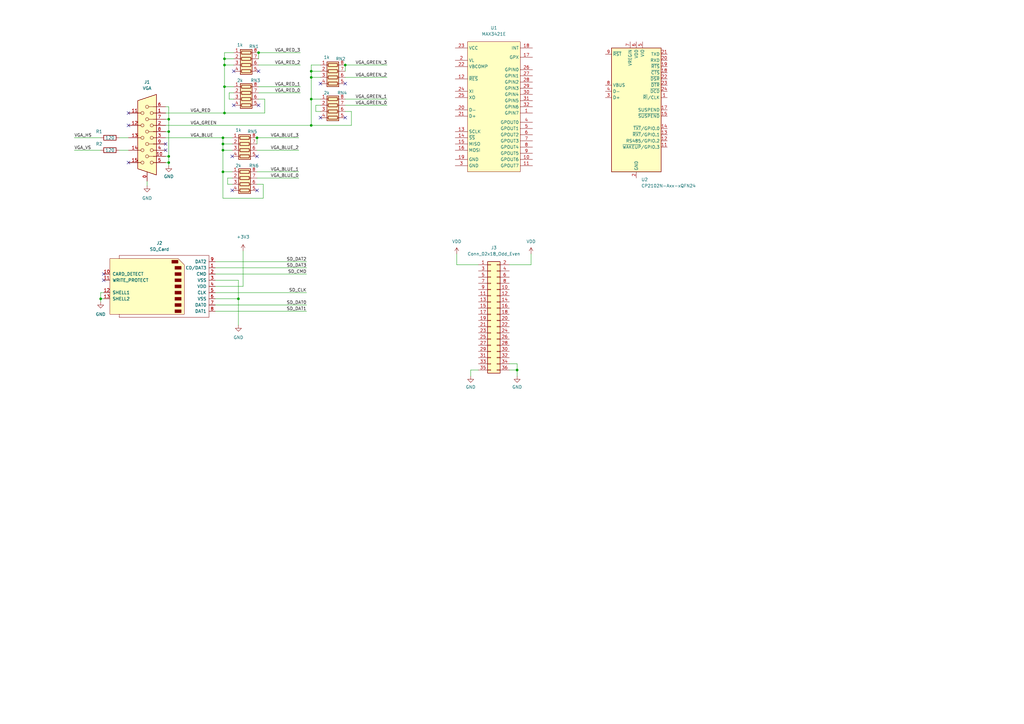
<source format=kicad_sch>
(kicad_sch (version 20211123) (generator eeschema)
  (paper "A3")
  (title_block (title "Trion T20F256 Super6502 Shield"))
  (lib_symbols
    (symbol "Connector:DB15_Female_HighDensity_MountingHoles" (pin_names (offset 1.016) hide)
      (property "Reference" "J" (at 0 21.59 0))
      (property "Value" "DB15_Female_HighDensity_MountingHoles" (at 0 19.05 0))
      (symbol "DB15_Female_HighDensity_MountingHoles_0_1"
        (circle (center -1.905 -10.16) (radius 0.635))
        (circle (center -1.905 -5.08) (radius 0.635))
        (circle (center -1.905 0) (radius 0.635))
        (circle (center -1.905 5.08) (radius 0.635))
        (circle (center -1.905 10.16) (radius 0.635))
        (circle (center 0 -7.62) (radius 0.635))
        (circle (center 0 -2.54) (radius 0.635))
        (polyline (pts (xy -3.175 7.62) (xy -0.635 7.62)))
        (polyline (pts (xy -0.635 -7.62) (xy -3.175 -7.62)))
        (polyline (pts (xy -0.635 -2.54) (xy -3.175 -2.54)))
        (polyline (pts (xy -0.635 2.54) (xy -3.175 2.54)))
        (polyline (pts (xy -0.635 12.7) (xy -3.175 12.7)))
        (polyline (pts (xy -3.81 17.78) (xy -3.81 -15.24) (xy 3.81 -12.7) (xy 3.81 15.24) (xy -3.81 17.78)) (stroke (width 0.254)) (fill (type background)))
        (circle (center 0 2.54) (radius 0.635))
        (circle (center 0 7.62) (radius 0.635))
        (circle (center 0 12.7) (radius 0.635))
        (circle (center 1.905 -10.16) (radius 0.635))
        (circle (center 1.905 -5.08) (radius 0.635))
        (circle (center 1.905 0) (radius 0.635))
        (circle (center 1.905 5.08) (radius 0.635))
        (circle (center 1.905 10.16) (radius 0.635))
      )
      (symbol "DB15_Female_HighDensity_MountingHoles_1_1"
        (pin passive line (at 0 -17.78 90) (length 3.81) (name "~") (number "0"))
        (pin passive line (at -7.62 10.16 0) (length 5.08) (name "~") (number "1"))
        (pin passive line (at -7.62 -7.62 0) (length 5.08) (name "~") (number "10"))
        (pin passive line (at 7.62 10.16 180) (length 5.08) (name "~") (number "11"))
        (pin passive line (at 7.62 5.08 180) (length 5.08) (name "~") (number "12"))
        (pin passive line (at 7.62 0 180) (length 5.08) (name "~") (number "13"))
        (pin passive line (at 7.62 -5.08 180) (length 5.08) (name "~") (number "14"))
        (pin passive line (at 7.62 -10.16 180) (length 5.08) (name "~") (number "15"))
        (pin passive line (at -7.62 5.08 0) (length 5.08) (name "~") (number "2"))
        (pin passive line (at -7.62 0 0) (length 5.08) (name "~") (number "3"))
        (pin passive line (at -7.62 -5.08 0) (length 5.08) (name "~") (number "4"))
        (pin passive line (at -7.62 -10.16 0) (length 5.08) (name "~") (number "5"))
        (pin passive line (at -7.62 12.7 0) (length 5.08) (name "~") (number "6"))
        (pin passive line (at -7.62 7.62 0) (length 5.08) (name "~") (number "7"))
        (pin passive line (at -7.62 2.54 0) (length 5.08) (name "~") (number "8"))
        (pin passive line (at -7.62 -2.54 0) (length 5.08) (name "~") (number "9"))
      )
    )
    (symbol "Connector:SD_Card" (pin_names (offset 1.016))
      (property "Reference" "J" (at -16.51 13.97 0))
      (property "Value" "SD_Card" (at 15.24 -13.97 0))
      (symbol "SD_Card_0_1"
        (rectangle (start -8.89 -9.525) (end -6.35 -10.795) (fill (type outline)))
        (rectangle (start -8.89 -6.985) (end -6.35 -8.255) (fill (type outline)))
        (rectangle (start -8.89 -4.445) (end -6.35 -5.715) (fill (type outline)))
        (rectangle (start -8.89 -1.905) (end -6.35 -3.175) (fill (type outline)))
        (rectangle (start -8.89 0.635) (end -6.35 -0.635) (fill (type outline)))
        (rectangle (start -8.89 3.175) (end -6.35 1.905) (fill (type outline)))
        (rectangle (start -8.89 5.715) (end -6.35 4.445) (fill (type outline)))
        (rectangle (start -8.89 8.255) (end -6.35 6.985) (fill (type outline)))
        (rectangle (start -7.62 10.795) (end -5.08 9.525) (fill (type outline)))
        (polyline (pts (xy -10.16 8.89) (xy -7.62 11.43) (xy 20.32 11.43) (xy 20.32 -11.43) (xy -10.16 -11.43) (xy -10.16 8.89)) (fill (type background)))
        (polyline (pts (xy 16.51 11.43) (xy 16.51 12.7) (xy -20.32 12.7) (xy -20.32 -12.7) (xy 16.51 -12.7) (xy 16.51 -11.43)))
      )
      (symbol "SD_Card_1_1"
        (pin input line (at -22.86 7.62 0) (length 2.54) (name "CD/DAT3") (number "1"))
        (pin input line (at 22.86 5.08 180) (length 2.54) (name "CARD_DETECT") (number "10"))
        (pin input line (at 22.86 2.54 180) (length 2.54) (name "WRITE_PROTECT") (number "11"))
        (pin input line (at 22.86 -2.54 180) (length 2.54) (name "SHELL1") (number "12"))
        (pin input line (at 22.86 -5.08 180) (length 2.54) (name "SHELL2") (number "13"))
        (pin input line (at -22.86 5.08 0) (length 2.54) (name "CMD") (number "2"))
        (pin power_in line (at -22.86 2.54 0) (length 2.54) (name "VSS") (number "3"))
        (pin power_in line (at -22.86 0 0) (length 2.54) (name "VDD") (number "4"))
        (pin input line (at -22.86 -2.54 0) (length 2.54) (name "CLK") (number "5"))
        (pin power_in line (at -22.86 -5.08 0) (length 2.54) (name "VSS") (number "6"))
        (pin input line (at -22.86 -7.62 0) (length 2.54) (name "DAT0") (number "7"))
        (pin input line (at -22.86 -10.16 0) (length 2.54) (name "DAT1") (number "8"))
        (pin input line (at -22.86 10.16 0) (length 2.54) (name "DAT2") (number "9"))
      )
    )
    (symbol "Connector_Generic:Conn_02x18_Odd_Even" (pin_names (offset 1.016) hide)
      (property "Reference" "J" (at 1.27 22.86 0))
      (property "Value" "Conn_02x18_Odd_Even" (at 1.27 -25.4 0))
      (symbol "Conn_02x18_Odd_Even_1_1"
        (rectangle (start -1.27 -22.733) (end 0 -22.987) (stroke (width 0.1524)))
        (rectangle (start -1.27 -20.193) (end 0 -20.447) (stroke (width 0.1524)))
        (rectangle (start -1.27 -17.653) (end 0 -17.907) (stroke (width 0.1524)))
        (rectangle (start -1.27 -15.113) (end 0 -15.367) (stroke (width 0.1524)))
        (rectangle (start -1.27 -12.573) (end 0 -12.827) (stroke (width 0.1524)))
        (rectangle (start -1.27 -10.033) (end 0 -10.287) (stroke (width 0.1524)))
        (rectangle (start -1.27 -7.493) (end 0 -7.747) (stroke (width 0.1524)))
        (rectangle (start -1.27 -4.953) (end 0 -5.207) (stroke (width 0.1524)))
        (rectangle (start -1.27 -2.413) (end 0 -2.667) (stroke (width 0.1524)))
        (rectangle (start -1.27 0.127) (end 0 -0.127) (stroke (width 0.1524)))
        (rectangle (start -1.27 2.667) (end 0 2.413) (stroke (width 0.1524)))
        (rectangle (start -1.27 5.207) (end 0 4.953) (stroke (width 0.1524)))
        (rectangle (start -1.27 7.747) (end 0 7.493) (stroke (width 0.1524)))
        (rectangle (start -1.27 10.287) (end 0 10.033) (stroke (width 0.1524)))
        (rectangle (start -1.27 12.827) (end 0 12.573) (stroke (width 0.1524)))
        (rectangle (start -1.27 15.367) (end 0 15.113) (stroke (width 0.1524)))
        (rectangle (start -1.27 17.907) (end 0 17.653) (stroke (width 0.1524)))
        (rectangle (start -1.27 20.447) (end 0 20.193) (stroke (width 0.1524)))
        (rectangle (start -1.27 21.59) (end 3.81 -24.13) (stroke (width 0.254)) (fill (type background)))
        (rectangle (start 3.81 -22.733) (end 2.54 -22.987) (stroke (width 0.1524)))
        (rectangle (start 3.81 -20.193) (end 2.54 -20.447) (stroke (width 0.1524)))
        (rectangle (start 3.81 -17.653) (end 2.54 -17.907) (stroke (width 0.1524)))
        (rectangle (start 3.81 -15.113) (end 2.54 -15.367) (stroke (width 0.1524)))
        (rectangle (start 3.81 -12.573) (end 2.54 -12.827) (stroke (width 0.1524)))
        (rectangle (start 3.81 -10.033) (end 2.54 -10.287) (stroke (width 0.1524)))
        (rectangle (start 3.81 -7.493) (end 2.54 -7.747) (stroke (width 0.1524)))
        (rectangle (start 3.81 -4.953) (end 2.54 -5.207) (stroke (width 0.1524)))
        (rectangle (start 3.81 -2.413) (end 2.54 -2.667) (stroke (width 0.1524)))
        (rectangle (start 3.81 0.127) (end 2.54 -0.127) (stroke (width 0.1524)))
        (rectangle (start 3.81 2.667) (end 2.54 2.413) (stroke (width 0.1524)))
        (rectangle (start 3.81 5.207) (end 2.54 4.953) (stroke (width 0.1524)))
        (rectangle (start 3.81 7.747) (end 2.54 7.493) (stroke (width 0.1524)))
        (rectangle (start 3.81 10.287) (end 2.54 10.033) (stroke (width 0.1524)))
        (rectangle (start 3.81 12.827) (end 2.54 12.573) (stroke (width 0.1524)))
        (rectangle (start 3.81 15.367) (end 2.54 15.113) (stroke (width 0.1524)))
        (rectangle (start 3.81 17.907) (end 2.54 17.653) (stroke (width 0.1524)))
        (rectangle (start 3.81 20.447) (end 2.54 20.193) (stroke (width 0.1524)))
        (pin passive line (at -5.08 20.32 0) (length 3.81) (name "Pin_1") (number "1"))
        (pin passive line (at 7.62 10.16 180) (length 3.81) (name "Pin_10") (number "10"))
        (pin passive line (at -5.08 7.62 0) (length 3.81) (name "Pin_11") (number "11"))
        (pin passive line (at 7.62 7.62 180) (length 3.81) (name "Pin_12") (number "12"))
        (pin passive line (at -5.08 5.08 0) (length 3.81) (name "Pin_13") (number "13"))
        (pin passive line (at 7.62 5.08 180) (length 3.81) (name "Pin_14") (number "14"))
        (pin passive line (at -5.08 2.54 0) (length 3.81) (name "Pin_15") (number "15"))
        (pin passive line (at 7.62 2.54 180) (length 3.81) (name "Pin_16") (number "16"))
        (pin passive line (at -5.08 0 0) (length 3.81) (name "Pin_17") (number "17"))
        (pin passive line (at 7.62 0 180) (length 3.81) (name "Pin_18") (number "18"))
        (pin passive line (at -5.08 -2.54 0) (length 3.81) (name "Pin_19") (number "19"))
        (pin passive line (at 7.62 20.32 180) (length 3.81) (name "Pin_2") (number "2"))
        (pin passive line (at 7.62 -2.54 180) (length 3.81) (name "Pin_20") (number "20"))
        (pin passive line (at -5.08 -5.08 0) (length 3.81) (name "Pin_21") (number "21"))
        (pin passive line (at 7.62 -5.08 180) (length 3.81) (name "Pin_22") (number "22"))
        (pin passive line (at -5.08 -7.62 0) (length 3.81) (name "Pin_23") (number "23"))
        (pin passive line (at 7.62 -7.62 180) (length 3.81) (name "Pin_24") (number "24"))
        (pin passive line (at -5.08 -10.16 0) (length 3.81) (name "Pin_25") (number "25"))
        (pin passive line (at 7.62 -10.16 180) (length 3.81) (name "Pin_26") (number "26"))
        (pin passive line (at -5.08 -12.7 0) (length 3.81) (name "Pin_27") (number "27"))
        (pin passive line (at 7.62 -12.7 180) (length 3.81) (name "Pin_28") (number "28"))
        (pin passive line (at -5.08 -15.24 0) (length 3.81) (name "Pin_29") (number "29"))
        (pin passive line (at -5.08 17.78 0) (length 3.81) (name "Pin_3") (number "3"))
        (pin passive line (at 7.62 -15.24 180) (length 3.81) (name "Pin_30") (number "30"))
        (pin passive line (at -5.08 -17.78 0) (length 3.81) (name "Pin_31") (number "31"))
        (pin passive line (at 7.62 -17.78 180) (length 3.81) (name "Pin_32") (number "32"))
        (pin passive line (at -5.08 -20.32 0) (length 3.81) (name "Pin_33") (number "33"))
        (pin passive line (at 7.62 -20.32 180) (length 3.81) (name "Pin_34") (number "34"))
        (pin passive line (at -5.08 -22.86 0) (length 3.81) (name "Pin_35") (number "35"))
        (pin passive line (at 7.62 -22.86 180) (length 3.81) (name "Pin_36") (number "36"))
        (pin passive line (at 7.62 17.78 180) (length 3.81) (name "Pin_4") (number "4"))
        (pin passive line (at -5.08 15.24 0) (length 3.81) (name "Pin_5") (number "5"))
        (pin passive line (at 7.62 15.24 180) (length 3.81) (name "Pin_6") (number "6"))
        (pin passive line (at -5.08 12.7 0) (length 3.81) (name "Pin_7") (number "7"))
        (pin passive line (at 7.62 12.7 180) (length 3.81) (name "Pin_8") (number "8"))
        (pin passive line (at -5.08 10.16 0) (length 3.81) (name "Pin_9") (number "9"))
      )
    )
    (symbol "Device:R" (pin_numbers hide) (pin_names (offset 0))
      (property "Reference" "R" (at 2.032 0 90))
      (property "Value" "R" (at 0 0 90))
      (symbol "R_0_1"
        (rectangle (start -1.016 -2.54) (end 1.016 2.54) (stroke (width 0.254)))
      )
      (symbol "R_1_1"
        (pin passive line (at 0 3.81 270) (length 1.27) (name "~") (number "1"))
        (pin passive line (at 0 -3.81 90) (length 1.27) (name "~") (number "2"))
      )
    )
    (symbol "Device:R_Pack04" (pin_names (offset 0) hide)
      (property "Reference" "RN" (at -7.62 0 90))
      (property "Value" "R_Pack04" (at 5.08 0 90))
      (symbol "R_Pack04_0_1"
        (rectangle (start -6.35 -2.413) (end 3.81 2.413) (stroke (width 0.254)) (fill (type background)))
        (rectangle (start -5.715 1.905) (end -4.445 -1.905) (stroke (width 0.254)))
        (rectangle (start -3.175 1.905) (end -1.905 -1.905) (stroke (width 0.254)))
        (rectangle (start -0.635 1.905) (end 0.635 -1.905) (stroke (width 0.254)))
        (polyline (pts (xy -5.08 -2.54) (xy -5.08 -1.905)))
        (polyline (pts (xy -5.08 1.905) (xy -5.08 2.54)))
        (polyline (pts (xy -2.54 -2.54) (xy -2.54 -1.905)))
        (polyline (pts (xy -2.54 1.905) (xy -2.54 2.54)))
        (polyline (pts (xy 0 -2.54) (xy 0 -1.905)))
        (polyline (pts (xy 0 1.905) (xy 0 2.54)))
        (polyline (pts (xy 2.54 -2.54) (xy 2.54 -1.905)))
        (polyline (pts (xy 2.54 1.905) (xy 2.54 2.54)))
        (rectangle (start 1.905 1.905) (end 3.175 -1.905) (stroke (width 0.254)))
      )
      (symbol "R_Pack04_1_1"
        (pin passive line (at -5.08 -5.08 90) (length 2.54) (name "R1.1") (number "1"))
        (pin passive line (at -2.54 -5.08 90) (length 2.54) (name "R2.1") (number "2"))
        (pin passive line (at 0 -5.08 90) (length 2.54) (name "R3.1") (number "3"))
        (pin passive line (at 2.54 -5.08 90) (length 2.54) (name "R4.1") (number "4"))
        (pin passive line (at 2.54 5.08 270) (length 2.54) (name "R4.2") (number "5"))
        (pin passive line (at 0 5.08 270) (length 2.54) (name "R3.2") (number "6"))
        (pin passive line (at -2.54 5.08 270) (length 2.54) (name "R2.2") (number "7"))
        (pin passive line (at -5.08 5.08 270) (length 2.54) (name "R1.2") (number "8"))
      )
    )
    (symbol "IC:MAX3421E"
      (property "Reference" "U" (at -8.89 26.67 0))
      (property "Value" "MAX3421E" (at 6.35 26.67 0))
      (symbol "MAX3421E_0_1"
        (rectangle (start -10.16 25.4) (end 11.43 -27.94) (fill (type background)))
      )
      (symbol "MAX3421E_1_1"
        (pin input line (at 16.51 -3.81 180) (length 5.08) (name "GPIN7") (number "1"))
        (pin output line (at 16.51 -22.86 180) (length 5.08) (name "GPOUT6") (number "10"))
        (pin output line (at 16.51 -25.4 180) (length 5.08) (name "GPOUT7") (number "11"))
        (pin input line (at -15.24 10.16 0) (length 5.08) (name "~{RES}") (number "12"))
        (pin input line (at -15.24 -11.43 0) (length 5.08) (name "SCLK") (number "13"))
        (pin input line (at -15.24 -13.97 0) (length 5.08) (name "~{SS}") (number "14"))
        (pin output line (at -15.24 -16.51 0) (length 5.08) (name "MISO") (number "15"))
        (pin input line (at -15.24 -19.05 0) (length 5.08) (name "MOSI") (number "16"))
        (pin output line (at 16.51 19.05 180) (length 5.08) (name "GPX") (number "17"))
        (pin output line (at 16.51 22.86 180) (length 5.08) (name "INT") (number "18"))
        (pin input line (at -15.24 -22.86 0) (length 5.08) (name "GND") (number "19"))
        (pin input line (at -15.24 17.78 0) (length 5.08) (name "VL") (number "2"))
        (pin bidirectional line (at -15.24 -2.54 0) (length 5.08) (name "D-") (number "20"))
        (pin bidirectional line (at -15.24 -5.08 0) (length 5.08) (name "D+") (number "21"))
        (pin input line (at -15.24 15.24 0) (length 5.08) (name "VBCOMP") (number "22"))
        (pin power_in line (at -15.24 22.86 0) (length 5.08) (name "VCC") (number "23"))
        (pin input line (at -15.24 5.08 0) (length 5.08) (name "XI") (number "24"))
        (pin output line (at -15.24 2.54 0) (length 5.08) (name "XO") (number "25"))
        (pin input line (at 16.51 13.97 180) (length 5.08) (name "GPIN0") (number "26"))
        (pin input line (at 16.51 11.43 180) (length 5.08) (name "GPIN1") (number "27"))
        (pin input line (at 16.51 8.89 180) (length 5.08) (name "GPIN2") (number "28"))
        (pin input line (at 16.51 6.35 180) (length 5.08) (name "GPIN3") (number "29"))
        (pin input line (at -15.24 -25.4 0) (length 5.08) (name "GND") (number "3"))
        (pin input line (at 16.51 3.81 180) (length 5.08) (name "GPIN4") (number "30"))
        (pin input line (at 16.51 1.27 180) (length 5.08) (name "GPIN5") (number "31"))
        (pin input line (at 16.51 -1.27 180) (length 5.08) (name "GPIN6") (number "32"))
        (pin output line (at 16.51 -7.62 180) (length 5.08) (name "GPOUT0") (number "4"))
        (pin output line (at 16.51 -10.16 180) (length 5.08) (name "GPOUT1") (number "5"))
        (pin output line (at 16.51 -12.7 180) (length 5.08) (name "GPOUT2") (number "6"))
        (pin output line (at 16.51 -15.24 180) (length 5.08) (name "GPOUT3") (number "7"))
        (pin output line (at 16.51 -17.78 180) (length 5.08) (name "GPOUT4") (number "8"))
        (pin output line (at 16.51 -20.32 180) (length 5.08) (name "GPOUT5") (number "9"))
      )
    )
    (symbol "Interface_USB:CP2102N-Axx-xQFN24"
      (property "Reference" "U" (at -8.89 26.67 0))
      (property "Value" "CP2102N-Axx-xQFN24" (at 13.97 26.67 0))
      (symbol "CP2102N-Axx-xQFN24_0_1"
        (rectangle (start -10.16 25.4) (end 10.16 -25.4) (stroke (width 0.254)) (fill (type background)))
      )
      (symbol "CP2102N-Axx-xQFN24_1_1"
        (pin bidirectional line (at 12.7 5.08 180) (length 2.54) (name "~{RI}/CLK") (number "1"))
        (pin no_connect line (at -10.16 -22.86 0) (length 2.54) hide (name "NC") (number "10"))
        (pin bidirectional line (at 12.7 -15.24 180) (length 2.54) (name "~{WAKEUP}/GPIO.3") (number "11"))
        (pin bidirectional line (at 12.7 -12.7 180) (length 2.54) (name "RS485/GPIO.2") (number "12"))
        (pin bidirectional line (at 12.7 -10.16 180) (length 2.54) (name "~{RXT}/GPIO.1") (number "13"))
        (pin bidirectional line (at 12.7 -7.62 180) (length 2.54) (name "~{TXT}/GPIO.0") (number "14"))
        (pin output line (at 12.7 -2.54 180) (length 2.54) (name "~{SUSPEND}") (number "15"))
        (pin no_connect line (at 10.16 -22.86 180) (length 2.54) hide (name "NC") (number "16"))
        (pin output line (at 12.7 0 180) (length 2.54) (name "SUSPEND") (number "17"))
        (pin input line (at 12.7 15.24 180) (length 2.54) (name "~{CTS}") (number "18"))
        (pin output line (at 12.7 17.78 180) (length 2.54) (name "~{RTS}") (number "19"))
        (pin power_in line (at 0 -27.94 90) (length 2.54) (name "GND") (number "2"))
        (pin input line (at 12.7 20.32 180) (length 2.54) (name "RXD") (number "20"))
        (pin output line (at 12.7 22.86 180) (length 2.54) (name "TXD") (number "21"))
        (pin input line (at 12.7 12.7 180) (length 2.54) (name "~{DSR}") (number "22"))
        (pin output line (at 12.7 10.16 180) (length 2.54) (name "~{DTR}") (number "23"))
        (pin input line (at 12.7 7.62 180) (length 2.54) (name "~{DCD}") (number "24"))
        (pin passive line (at 0 -27.94 90) (length 2.54) hide (name "GND") (number "25"))
        (pin bidirectional line (at -12.7 5.08 0) (length 2.54) (name "D+") (number "3"))
        (pin bidirectional line (at -12.7 7.62 0) (length 2.54) (name "D-") (number "4"))
        (pin power_in line (at 2.54 27.94 270) (length 2.54) (name "VIO") (number "5"))
        (pin power_in line (at 0 27.94 270) (length 2.54) (name "VDD") (number "6"))
        (pin power_in line (at -2.54 27.94 270) (length 2.54) (name "VREGIN") (number "7"))
        (pin input line (at -12.7 10.16 0) (length 2.54) (name "VBUS") (number "8"))
        (pin input line (at -12.7 22.86 0) (length 2.54) (name "~{RST}") (number "9"))
      )
    )
    (symbol "power:+3V3" (power) (pin_names (offset 0))
      (property "Value" "+3V3" (at 0 3.556 0))
      (symbol "+3V3_0_1"
        (polyline (pts (xy -0.762 1.27) (xy 0 2.54)))
        (polyline (pts (xy 0 0) (xy 0 2.54)))
        (polyline (pts (xy 0 2.54) (xy 0.762 1.27)))
      )
      (symbol "+3V3_1_1"
        (pin power_in line (at 0 0 90) (length 0) hide (name "+3V3") (number "1"))
      )
    )
    (symbol "power:GND" (power) (pin_names (offset 0))
      (property "Value" "GND" (at 0 -3.81 0))
      (symbol "GND_0_1"
        (polyline (pts (xy 0 0) (xy 0 -1.27) (xy 1.27 -1.27) (xy 0 -2.54) (xy -1.27 -1.27) (xy 0 -1.27)))
      )
      (symbol "GND_1_1"
        (pin power_in line (at 0 0 270) (length 0) hide (name "GND") (number "1"))
      )
    )
    (symbol "power:VDD" (power) (pin_names (offset 0))
      (property "Value" "VDD" (at 0 3.81 0))
      (symbol "VDD_0_1"
        (polyline (pts (xy -0.762 1.27) (xy 0 2.54)))
        (polyline (pts (xy 0 0) (xy 0 2.54)))
        (polyline (pts (xy 0 2.54) (xy 0.762 1.27)))
      )
      (symbol "VDD_1_1"
        (pin power_in line (at 0 0 90) (length 0) hide (name "VDD") (number "1"))
      )
    )
  )
  (junction (at 92.075 24.13))
  (junction (at 41.275 122.555))
  (junction (at 212.09 151.765))
  (junction (at 127.635 51.435))
  (junction (at 127.635 31.75))
  (junction (at 69.215 53.975))
  (junction (at 91.44 59.055))
  (junction (at 97.79 122.555))
  (junction (at 91.44 70.485))
  (junction (at 106.045 21.59))
  (junction (at 141.605 26.67))
  (junction (at 127.635 29.21))
  (junction (at 92.075 46.355))
  (junction (at 92.075 26.67))
  (junction (at 91.44 56.515))
  (junction (at 105.41 56.515))
  (junction (at 92.075 35.56))
  (junction (at 69.215 48.895))
  (junction (at 69.215 64.135))
  (junction (at 91.44 61.595))
  (junction (at 69.215 66.675))
  (junction (at 127.635 40.64))
  (no_connect (at 141.605 48.26))
  (no_connect (at 105.41 64.135))
  (no_connect (at 95.885 29.21))
  (no_connect (at 67.945 59.055))
  (no_connect (at 131.445 34.29))
  (no_connect (at 95.25 64.135))
  (no_connect (at 105.41 78.105))
  (no_connect (at 42.545 112.395))
  (no_connect (at 131.445 48.26))
  (no_connect (at 95.885 43.18))
  (no_connect (at 42.545 114.935))
  (no_connect (at 52.705 66.675))
  (no_connect (at 106.045 29.21))
  (no_connect (at 67.945 61.595))
  (no_connect (at 52.705 51.435))
  (no_connect (at 106.045 43.18))
  (no_connect (at 141.605 34.29))
  (no_connect (at 52.705 46.355))
  (no_connect (at 95.25 78.105))
  (wire (pts (xy 107.95 75.565) (xy 107.95 81.28)))
  (wire (pts (xy 92.075 24.13) (xy 92.075 21.59)))
  (wire (pts (xy 41.275 120.015) (xy 42.545 120.015)))
  (wire (pts (xy 67.945 53.975) (xy 69.215 53.975)))
  (wire (pts (xy 208.915 149.225) (xy 212.09 149.225)))
  (wire (pts (xy 92.075 26.67) (xy 92.075 24.13)))
  (wire (pts (xy 212.09 149.225) (xy 212.09 151.765)))
  (wire (pts (xy 127.635 40.64) (xy 127.635 31.75)))
  (wire (pts (xy 92.075 35.56) (xy 92.075 26.67)))
  (wire (pts (xy 48.895 61.595) (xy 52.705 61.595)))
  (wire (pts (xy 129.54 45.72) (xy 131.445 45.72)))
  (wire (pts (xy 30.48 61.595) (xy 41.275 61.595)))
  (wire (pts (xy 67.945 64.135) (xy 69.215 64.135)))
  (wire (pts (xy 144.145 51.435) (xy 127.635 51.435)))
  (wire (pts (xy 106.045 35.56) (xy 123.19 35.56)))
  (wire (pts (xy 67.945 51.435) (xy 127.635 51.435)))
  (wire (pts (xy 88.265 109.855) (xy 125.73 109.855)))
  (wire (pts (xy 141.605 40.64) (xy 158.75 40.64)))
  (wire (pts (xy 193.04 154.305) (xy 193.04 151.765)))
  (wire (pts (xy 41.275 122.555) (xy 41.275 120.015)))
  (wire (pts (xy 106.045 40.64) (xy 108.585 40.64)))
  (wire (pts (xy 127.635 31.75) (xy 127.635 29.21)))
  (wire (pts (xy 108.585 40.64) (xy 108.585 46.355)))
  (wire (pts (xy 30.48 56.515) (xy 41.275 56.515)))
  (wire (pts (xy 217.805 108.585) (xy 208.915 108.585)))
  (wire (pts (xy 69.215 66.675) (xy 67.945 66.675)))
  (wire (pts (xy 106.045 21.59) (xy 123.19 21.59)))
  (wire (pts (xy 127.635 51.435) (xy 127.635 40.64)))
  (wire (pts (xy 91.44 70.485) (xy 95.25 70.485)))
  (wire (pts (xy 105.41 70.485) (xy 122.555 70.485)))
  (wire (pts (xy 91.44 56.515) (xy 95.25 56.515)))
  (wire (pts (xy 69.215 53.975) (xy 69.215 64.135)))
  (wire (pts (xy 106.045 21.59) (xy 106.045 24.13)))
  (wire (pts (xy 67.945 46.355) (xy 92.075 46.355)))
  (wire (pts (xy 127.635 40.64) (xy 131.445 40.64)))
  (wire (pts (xy 99.695 102.87) (xy 99.695 117.475)))
  (wire (pts (xy 93.345 73.025) (xy 93.345 75.565)))
  (wire (pts (xy 107.95 81.28) (xy 91.44 81.28)))
  (wire (pts (xy 88.265 120.015) (xy 125.73 120.015)))
  (wire (pts (xy 48.895 56.515) (xy 52.705 56.515)))
  (wire (pts (xy 105.41 61.595) (xy 122.555 61.595)))
  (wire (pts (xy 92.075 35.56) (xy 95.885 35.56)))
  (wire (pts (xy 91.44 59.055) (xy 95.25 59.055)))
  (wire (pts (xy 141.605 31.75) (xy 158.75 31.75)))
  (wire (pts (xy 92.075 26.67) (xy 95.885 26.67)))
  (wire (pts (xy 144.145 45.72) (xy 144.145 51.435)))
  (wire (pts (xy 187.325 108.585) (xy 196.215 108.585)))
  (wire (pts (xy 69.215 43.815) (xy 69.215 48.895)))
  (wire (pts (xy 105.41 56.515) (xy 105.41 59.055)))
  (wire (pts (xy 69.215 48.895) (xy 69.215 53.975)))
  (wire (pts (xy 95.25 73.025) (xy 93.345 73.025)))
  (wire (pts (xy 88.265 117.475) (xy 99.695 117.475)))
  (wire (pts (xy 141.605 26.67) (xy 158.75 26.67)))
  (wire (pts (xy 88.265 114.935) (xy 97.79 114.935)))
  (wire (pts (xy 91.44 59.055) (xy 91.44 61.595)))
  (wire (pts (xy 212.09 154.305) (xy 212.09 151.765)))
  (wire (pts (xy 127.635 29.21) (xy 127.635 26.67)))
  (wire (pts (xy 105.41 75.565) (xy 107.95 75.565)))
  (wire (pts (xy 141.605 45.72) (xy 144.145 45.72)))
  (wire (pts (xy 91.44 61.595) (xy 95.25 61.595)))
  (wire (pts (xy 97.79 114.935) (xy 97.79 122.555)))
  (wire (pts (xy 129.54 43.18) (xy 129.54 45.72)))
  (wire (pts (xy 41.275 122.555) (xy 42.545 122.555)))
  (wire (pts (xy 105.41 73.025) (xy 122.555 73.025)))
  (wire (pts (xy 93.98 40.64) (xy 95.885 40.64)))
  (wire (pts (xy 60.325 74.295) (xy 60.325 76.2)))
  (wire (pts (xy 93.98 38.1) (xy 93.98 40.64)))
  (wire (pts (xy 97.79 122.555) (xy 97.79 133.35)))
  (wire (pts (xy 93.345 75.565) (xy 95.25 75.565)))
  (wire (pts (xy 92.075 24.13) (xy 95.885 24.13)))
  (wire (pts (xy 67.945 56.515) (xy 91.44 56.515)))
  (wire (pts (xy 108.585 46.355) (xy 92.075 46.355)))
  (wire (pts (xy 105.41 56.515) (xy 122.555 56.515)))
  (wire (pts (xy 141.605 43.18) (xy 158.75 43.18)))
  (wire (pts (xy 127.635 31.75) (xy 131.445 31.75)))
  (wire (pts (xy 106.045 26.67) (xy 123.19 26.67)))
  (wire (pts (xy 88.265 107.315) (xy 125.73 107.315)))
  (wire (pts (xy 67.945 43.815) (xy 69.215 43.815)))
  (wire (pts (xy 88.265 122.555) (xy 97.79 122.555)))
  (wire (pts (xy 141.605 26.67) (xy 141.605 29.21)))
  (wire (pts (xy 91.44 61.595) (xy 91.44 70.485)))
  (wire (pts (xy 95.885 38.1) (xy 93.98 38.1)))
  (wire (pts (xy 92.075 21.59) (xy 95.885 21.59)))
  (wire (pts (xy 212.09 151.765) (xy 208.915 151.765)))
  (wire (pts (xy 92.075 46.355) (xy 92.075 35.56)))
  (wire (pts (xy 67.945 48.895) (xy 69.215 48.895)))
  (wire (pts (xy 69.215 67.945) (xy 69.215 66.675)))
  (wire (pts (xy 91.44 56.515) (xy 91.44 59.055)))
  (wire (pts (xy 91.44 81.28) (xy 91.44 70.485)))
  (wire (pts (xy 88.265 112.395) (xy 125.73 112.395)))
  (wire (pts (xy 193.04 151.765) (xy 196.215 151.765)))
  (wire (pts (xy 217.805 104.14) (xy 217.805 108.585)))
  (wire (pts (xy 187.325 104.14) (xy 187.325 108.585)))
  (wire (pts (xy 88.265 127.635) (xy 125.73 127.635)))
  (wire (pts (xy 127.635 29.21) (xy 131.445 29.21)))
  (wire (pts (xy 127.635 26.67) (xy 131.445 26.67)))
  (wire (pts (xy 106.045 38.1) (xy 123.19 38.1)))
  (wire (pts (xy 41.275 123.825) (xy 41.275 122.555)))
  (wire (pts (xy 69.215 64.135) (xy 69.215 66.675)))
  (wire (pts (xy 131.445 43.18) (xy 129.54 43.18)))
  (wire (pts (xy 88.265 125.095) (xy 125.73 125.095)))
  (label "VGA_GREEN_1" (at 158.75 40.64 180))
  (label "SD_DAT3" (at 125.73 109.855 180))
  (label "SD_CLK" (at 125.73 120.015 180))
  (label "VGA_BLUE_0" (at 122.555 73.025 180))
  (label "VGA_GREEN" (at 78.105 51.435 0))
  (label "VGA_GREEN_2" (at 158.75 31.75 180))
  (label "VGA_RED" (at 78.105 46.355 0))
  (label "SD_DAT2" (at 125.73 107.315 180))
  (label "VGA_RED_1" (at 123.19 35.56 180))
  (label "VGA_RED_2" (at 123.19 26.67 180))
  (label "VGA_BLUE_2" (at 122.555 61.595 180))
  (label "VGA_GREEN_0" (at 158.75 43.18 180))
  (label "SD_CMD" (at 125.73 112.395 180))
  (label "VGA_HS" (at 30.48 56.515 0))
  (label "SD_DAT1" (at 125.73 127.635 180))
  (label "VGA_BLUE_3" (at 122.555 56.515 180))
  (label "VGA_GREEN_3" (at 158.75 26.67 180))
  (label "SD_DAT0" (at 125.73 125.095 180))
  (label "VGA_BLUE_1" (at 122.555 70.485 180))
  (label "VGA_BLUE" (at 78.105 56.515 0))
  (label "VGA_VS" (at 30.48 61.595 0))
  (label "VGA_RED_3" (at 123.19 21.59 180))
  (label "VGA_RED_0" (at 123.19 38.1 180))
  (symbol (lib_id "Connector_Generic:Conn_02x18_Odd_Even") (at 201.295 128.905 0) (unit 1)
    (property "Reference" "J3" (at 202.565 101.6 0))
    (property "Value" "Conn_02x18_Odd_Even" (at 202.565 104.14 0))
    (property "Footprint" "Connector_PinSocket_2.54mm:PinSocket_2x18_P2.54mm_Vertical" (effects hide))
  )
  (symbol (lib_id "Connector:SD_Card") (at 65.405 117.475 0) (mirror y) (unit 1)
    (property "Reference" "J2" (at 65.405 99.695 0))
    (property "Value" "SD_Card" (at 65.405 102.235 0))
    (property "Datasheet" "http://portal.fciconnect.com/Comergent//fci/drawing/10067847.pdf" (effects hide))
  )
  (symbol (lib_id "power:VDD") (at 187.325 104.14 0) (unit 1)
    (property "Reference" "#PWR04" (effects hide))
    (property "Value" "VDD" (at 187.325 99.06 0))
  )
  (symbol (lib_id "Interface_USB:CP2102N-Axx-xQFN24") (at 260.985 45.085 0) (unit 1)
    (property "Reference" "U2" (at 263.0044 73.66 0) (effects (justify left)))
    (property "Value" "CP2102N-Axx-xQFN24" (at 263.0044 76.2 0) (effects (justify left)))
    (property "Footprint" "Package_DFN_QFN:QFN-24-1EP_4x4mm_P0.5mm_EP2.6x2.6mm" (effects hide))
    (property "Datasheet" "https://www.silabs.com/documents/public/data-sheets/cp2102n-datasheet.pdf" (effects hide))
  )
  (symbol (lib_id "power:GND") (at 60.325 76.2 0) (unit 1)
    (property "Reference" "#PWR02" (effects hide))
    (property "Value" "GND" (at 60.325 81.28 0))
  )
  (symbol (lib_id "power:VDD") (at 217.805 104.14 0) (mirror y) (unit 1)
    (property "Reference" "#PWR05" (effects hide))
    (property "Value" "VDD" (at 217.805 99.06 0))
  )
  (symbol (lib_id "Device:R_Pack04") (at 100.965 26.67 270) (unit 1)
    (property "Reference" "RN1" (at 104.14 19.05 90))
    (property "Value" "1k" (at 98.425 18.415 90))
    (property "Footprint" "Resistor_SMD:R_Array_Concave_4x0402" (effects hide))
  )
  (symbol (lib_id "IC:MAX3421E") (at 201.93 42.545 0) (unit 1)
    (property "Reference" "U1" (at 202.565 11.43 0))
    (property "Value" "MAX3421E" (at 202.565 13.97 0))
    (property "Footprint" "Package_QFP:LQFP-32_5x5mm_P0.5mm" (effects hide))
  )
  (symbol (lib_id "power:GND") (at 69.215 67.945 0) (unit 1)
    (property "Reference" "#PWR01" (effects hide))
    (property "Value" "GND" (at 69.215 72.39 0))
  )
  (symbol (lib_id "Device:R_Pack04") (at 100.965 40.64 270) (unit 1)
    (property "Reference" "RN3" (at 104.775 33.02 90))
    (property "Value" "2k" (at 98.425 33.02 90))
    (property "Footprint" "Resistor_SMD:R_Array_Concave_4x0402" (effects hide))
  )
  (symbol (lib_id "Device:R") (at 45.085 61.595 90) (unit 1)
    (property "Reference" "R2" (at 40.64 59.055 90))
    (property "Value" "120" (at 45.085 61.595 90))
    (property "Footprint" "Resistor_SMD:R_0603_1608Metric_Pad0.98x0.95mm_HandSolder" (effects hide))
  )
  (symbol (lib_id "Device:R") (at 45.085 56.515 90) (unit 1)
    (property "Reference" "R1" (at 40.64 53.975 90))
    (property "Value" "120" (at 45.085 56.515 90))
    (property "Footprint" "Resistor_SMD:R_0603_1608Metric_Pad0.98x0.95mm_HandSolder" (effects hide))
  )
  (symbol (lib_id "Device:R_Pack04") (at 100.33 75.565 270) (unit 1)
    (property "Reference" "RN6" (at 104.14 67.945 90))
    (property "Value" "2k" (at 97.79 67.945 90))
    (property "Footprint" "Resistor_SMD:R_Array_Concave_4x0402" (effects hide))
  )
  (symbol (lib_id "Device:R_Pack04") (at 136.525 31.75 270) (unit 1)
    (property "Reference" "RN2" (at 139.7 24.13 90))
    (property "Value" "1k" (at 133.985 23.495 90))
    (property "Footprint" "Resistor_SMD:R_Array_Concave_4x0402" (effects hide))
  )
  (symbol (lib_id "Connector:DB15_Female_HighDensity_MountingHoles") (at 60.325 56.515 0) (mirror y) (unit 1)
    (property "Reference" "J1" (at 60.325 33.655 0))
    (property "Value" "VGA" (at 60.325 36.195 0))
    (property "Footprint" "Connector_Dsub:ICD15S13E4GX00LF" (effects hide))
    (property "Datasheet" "https://cdn.amphenol-cs.com/media/wysiwyg/files/drawing/c-cd-0011.pdf" (effects hide))
    (property "Link" "https://www.digikey.com/en/products/detail/amphenol-cs-fci/ICD15S13E4GX00LF/1536501" (effects hide))
    (property "Part Name" "ICD15S13E4GX00LF" (effects hide))
  )
  (symbol (lib_id "Device:R_Pack04") (at 100.33 61.595 270) (unit 1)
    (property "Reference" "RN5" (at 103.505 53.975 90))
    (property "Value" "1k" (at 97.79 53.34 90))
    (property "Footprint" "Resistor_SMD:R_Array_Concave_4x0402" (effects hide))
  )
  (symbol (lib_id "Device:R_Pack04") (at 136.525 45.72 270) (unit 1)
    (property "Reference" "RN4" (at 140.335 38.1 90))
    (property "Value" "2k" (at 133.985 38.1 90))
    (property "Footprint" "Resistor_SMD:R_Array_Concave_4x0402" (effects hide))
  )
  (symbol (lib_id "power:+3V3") (at 99.695 102.87 0) (unit 1)
    (property "Reference" "#PWR03" (effects hide))
    (property "Value" "+3V3" (at 99.695 97.155 0))
  )
  (symbol (lib_id "power:GND") (at 212.09 154.305 0) (mirror y) (unit 1)
    (property "Reference" "#PWR08" (effects hide))
    (property "Value" "GND" (at 212.09 158.75 0))
  )
  (symbol (lib_id "power:GND") (at 97.79 133.35 0) (unit 1)
    (property "Reference" "#PWR0101" (effects hide))
    (property "Value" "GND" (at 97.79 138.43 0))
  )
  (symbol (lib_id "power:GND") (at 41.275 123.825 0) (unit 1)
    (property "Reference" "#PWR06" (effects hide))
    (property "Value" "GND" (at 41.275 128.905 0))
  )
  (symbol (lib_id "power:GND") (at 193.04 154.305 0) (unit 1)
    (property "Reference" "#PWR07" (effects hide))
    (property "Value" "GND" (at 193.04 158.75 0))
  )
)
</source>
